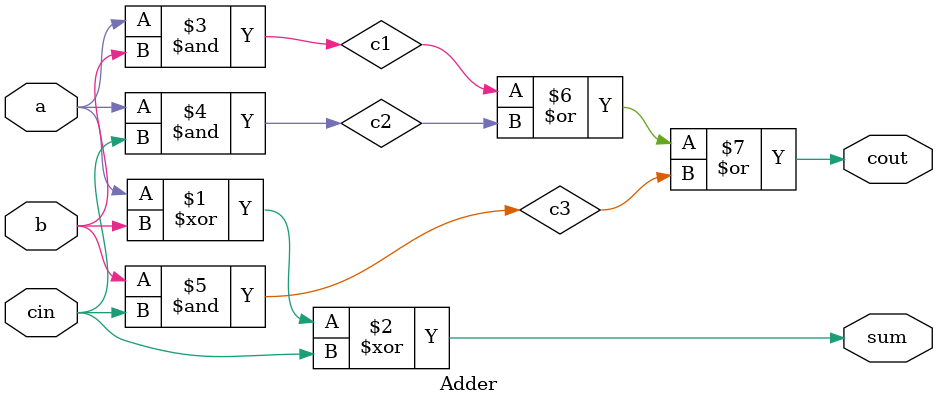
<source format=v>


module Siged_Adder8bit(
	input [7:0] A, B,
	input C_IN,
	output [7:0] SUM,
	output CAARY,
	output OVERFLOW

);
	wire c1, o1, o2, o3;
	
	Adder4bit F0(A[3:0],B[3:0],C_IN,SUM[3:0],c1);
	Adder4bit F1(A[7:4],B[7:4],c1,SUM[7:4],CAARY);


	and(o1,~SUM[7],A[7],B[7]);
	and(o2,SUM[7],~A[7],~B[7]);
	or(OVERFLOW, o1, o2);

endmodule


module Adder4bit(
	input [3:0] A,B,
	input C_IN,
	output [3:0] SUM,
	output carry
);
	wire c1, c2, c3;
	Adder F0(SUM[0],c1,A[0],B[0],C_IN);
	Adder F1(SUM[1],c2,A[1],B[1],c1);
	Adder F2(SUM[2],c3,A[2],B[2],c2);
	Adder F3(SUM[3],carry,A[3],B[3],c3);

endmodule


module Adder(
	output sum, cout,
	input a, b, cin
);
	wire c1,c2,c3;
	
	xor(sum,a,b,cin);
	and(c1,a,b);
	and(c2,a,cin);
	and(c3,b,cin);
	or(cout,c1,c2,c3);
	
endmodule
</source>
